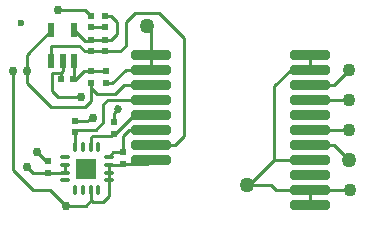
<source format=gtl>
G04 Layer_Physical_Order=1*
G04 Layer_Color=255*
%FSAX24Y24*%
%MOIN*%
G70*
G01*
G75*
%ADD10R,0.0220X0.0480*%
%ADD11R,0.0690X0.0690*%
G04:AMPARAMS|DCode=12|XSize=15mil|YSize=33mil|CornerRadius=4.9mil|HoleSize=0mil|Usage=FLASHONLY|Rotation=90.000|XOffset=0mil|YOffset=0mil|HoleType=Round|Shape=RoundedRectangle|*
%AMROUNDEDRECTD12*
21,1,0.0150,0.0233,0,0,90.0*
21,1,0.0053,0.0330,0,0,90.0*
1,1,0.0098,0.0116,0.0026*
1,1,0.0098,0.0116,-0.0026*
1,1,0.0098,-0.0116,-0.0026*
1,1,0.0098,-0.0116,0.0026*
%
%ADD12ROUNDEDRECTD12*%
G04:AMPARAMS|DCode=13|XSize=15mil|YSize=33mil|CornerRadius=4.9mil|HoleSize=0mil|Usage=FLASHONLY|Rotation=180.000|XOffset=0mil|YOffset=0mil|HoleType=Round|Shape=RoundedRectangle|*
%AMROUNDEDRECTD13*
21,1,0.0150,0.0233,0,0,180.0*
21,1,0.0053,0.0330,0,0,180.0*
1,1,0.0098,-0.0026,0.0116*
1,1,0.0098,0.0026,0.0116*
1,1,0.0098,0.0026,-0.0116*
1,1,0.0098,-0.0026,-0.0116*
%
%ADD13ROUNDEDRECTD13*%
G04:AMPARAMS|DCode=14|XSize=132mil|YSize=32mil|CornerRadius=8mil|HoleSize=0mil|Usage=FLASHONLY|Rotation=0.000|XOffset=0mil|YOffset=0mil|HoleType=Round|Shape=RoundedRectangle|*
%AMROUNDEDRECTD14*
21,1,0.1320,0.0160,0,0,0.0*
21,1,0.1160,0.0320,0,0,0.0*
1,1,0.0160,0.0580,-0.0080*
1,1,0.0160,-0.0580,-0.0080*
1,1,0.0160,-0.0580,0.0080*
1,1,0.0160,0.0580,0.0080*
%
%ADD14ROUNDEDRECTD14*%
%ADD15R,0.0236X0.0236*%
%ADD16R,0.0236X0.0197*%
%ADD17R,0.0197X0.0236*%
%ADD18C,0.0100*%
%ADD19C,0.0236*%
%ADD20C,0.0433*%
%ADD21C,0.0270*%
%ADD22C,0.0500*%
%ADD23C,0.0300*%
D10*
X003926Y006038D02*
D03*
X004300D02*
D03*
X004680D02*
D03*
Y007070D02*
D03*
X003926D02*
D03*
D11*
X005081Y002444D02*
D03*
D12*
X004371Y002061D02*
D03*
Y002317D02*
D03*
Y002574D02*
D03*
Y002834D02*
D03*
X005829D02*
D03*
Y002574D02*
D03*
Y002317D02*
D03*
Y002061D02*
D03*
D13*
X004711Y003174D02*
D03*
X004971D02*
D03*
X005228D02*
D03*
X005484D02*
D03*
Y001726D02*
D03*
X005228D02*
D03*
X004971D02*
D03*
X004711D02*
D03*
D14*
X007250Y006250D02*
D03*
Y005750D02*
D03*
Y005250D02*
D03*
Y003750D02*
D03*
Y004250D02*
D03*
Y004750D02*
D03*
Y003250D02*
D03*
Y002750D02*
D03*
X012550D02*
D03*
Y003250D02*
D03*
Y004750D02*
D03*
Y004250D02*
D03*
Y003750D02*
D03*
Y005250D02*
D03*
Y005750D02*
D03*
Y006250D02*
D03*
Y002250D02*
D03*
Y001750D02*
D03*
Y001250D02*
D03*
D15*
X005250Y005697D02*
D03*
Y005303D02*
D03*
X005750Y005303D02*
D03*
Y005697D02*
D03*
X005700Y006353D02*
D03*
Y006747D02*
D03*
Y007153D02*
D03*
Y007547D02*
D03*
D16*
X004647Y005450D02*
D03*
X004253D02*
D03*
D17*
X005250Y006747D02*
D03*
Y006353D02*
D03*
X006000Y003997D02*
D03*
Y003603D02*
D03*
X004700Y004047D02*
D03*
Y003653D02*
D03*
X006300Y002603D02*
D03*
Y002997D02*
D03*
X005250Y007153D02*
D03*
Y007547D02*
D03*
X003800Y002697D02*
D03*
Y002303D02*
D03*
D18*
X006000Y004300D02*
X006150Y004450D01*
X006000Y003997D02*
Y004300D01*
X006682Y004250D02*
X007250D01*
X006035Y003603D02*
X006682Y004250D01*
X006000Y003603D02*
X006035D01*
X005322Y003550D02*
X005947D01*
X006300Y003550D02*
X006500Y003750D01*
X006300Y002997D02*
Y003550D01*
X003950Y005648D02*
X004248D01*
X003950Y005050D02*
Y005648D01*
Y005050D02*
X004150Y004850D01*
X004900D01*
X004248Y005455D02*
Y005648D01*
X004300Y005700D02*
Y006038D01*
X004248Y005648D02*
X004300Y005700D01*
X005800Y004750D02*
X007250D01*
X005650Y004600D02*
X005800Y004750D01*
X005650Y004000D02*
Y004600D01*
X011900Y005750D02*
X012550D01*
X011350Y005200D02*
X011900Y005750D01*
X011350Y002750D02*
Y005200D01*
Y002750D02*
X012550D01*
X010500Y001900D02*
X011350Y002750D01*
X010450Y001900D02*
X011250D01*
X011400Y001750D02*
X012550D01*
X011250Y001900D02*
X011400Y001750D01*
X006400Y005750D02*
X007250D01*
X005953Y005303D02*
X006400Y005750D01*
X005750Y005303D02*
X005953D01*
X003312Y001738D02*
X003862D01*
X002650Y002400D02*
X003312Y001738D01*
X002650Y002400D02*
Y005700D01*
X003862Y001738D02*
X004400Y001200D01*
X003450Y003000D02*
X003700Y002750D01*
X005259Y001391D02*
Y001726D01*
X005068Y001200D02*
X005259Y001391D01*
X004400Y001200D02*
X005068D01*
X006300Y002603D02*
X007103D01*
X005829Y002574D02*
X006371D01*
X005300Y001350D02*
X005650D01*
X005259Y001391D02*
X005300Y001350D01*
X005650D02*
X005850Y001550D01*
Y002040D01*
X005829Y002061D02*
X005850Y002040D01*
X005829Y001932D02*
Y002061D01*
X005228Y001726D02*
X005259D01*
X005829Y002061D02*
Y002317D01*
Y002574D01*
X007103Y002603D02*
X007250Y002750D01*
X006500Y003750D02*
X007250D01*
X005992Y002997D02*
X006300D01*
X005829Y002834D02*
X005992Y002997D01*
X006700Y007650D02*
X007500D01*
X006400Y007350D02*
X006700Y007650D01*
X006400Y006550D02*
Y007350D01*
X008350Y003550D02*
Y006800D01*
X007500Y007650D02*
X008350Y006800D01*
X006203Y006353D02*
X006400Y006550D01*
X005700Y006353D02*
X006203D01*
X007250Y003250D02*
X008050D01*
X008350Y003550D01*
X005259Y003487D02*
X005322Y003550D01*
X005400Y003750D02*
X005650Y004000D01*
X004797Y003750D02*
X005400D01*
X005259Y003205D02*
Y003487D01*
X005228Y003174D02*
X005259Y003205D01*
X004700Y003653D02*
X004797Y003750D01*
X005250Y006353D02*
X005700D01*
X005250Y006747D02*
X005700D01*
X005250Y007153D02*
X005700D01*
X006100Y006950D02*
Y007350D01*
X005903Y007547D02*
X006100Y007350D01*
X005700Y007547D02*
X005903D01*
X005897Y006747D02*
X006100Y006950D01*
X005700Y006747D02*
X005897D01*
X004700Y003185D02*
Y003653D01*
X005097Y004047D02*
X005300Y004150D01*
X004700Y004047D02*
X005097D01*
X004680Y005417D02*
Y006038D01*
Y005417D02*
X004698Y005398D01*
X004997Y005697D01*
X005250D01*
X005750D02*
X005750Y005697D01*
X005250Y005697D02*
X005750D01*
X005047Y007750D02*
X005250Y007547D01*
X004150Y007750D02*
X005047D01*
X003926Y006550D02*
X004850D01*
X003926Y006038D02*
Y006550D01*
X005047Y006353D02*
X005250D01*
X004850Y006550D02*
X005047Y006353D01*
X005050Y006700D02*
X005203D01*
X004680Y007070D02*
X005050Y006700D01*
X003100Y005700D02*
Y006244D01*
X003926Y007070D01*
X005250Y004700D02*
Y005150D01*
X005050Y004500D02*
X005250Y004700D01*
X003900Y004500D02*
X005050D01*
X005250Y005150D02*
Y005303D01*
X003100Y005300D02*
Y005700D01*
Y005300D02*
X003900Y004500D01*
X005250Y005150D02*
X005450Y004950D01*
X006050D01*
X006350Y005250D01*
X007250D01*
X004371Y002317D02*
Y002574D01*
X004357Y002303D02*
X004371Y002317D01*
X003800Y002303D02*
X004357D01*
X003297D02*
X003800D01*
X003100Y002500D02*
X003297Y002303D01*
X013351Y005250D02*
X013850Y005749D01*
X012550Y005250D02*
X013351D01*
X012550Y004750D02*
X013849D01*
X013349Y003250D02*
X013850Y002749D01*
X012550Y003250D02*
X013349D01*
X012550Y003750D02*
X013836D01*
X013859Y001750D02*
X013861Y001751D01*
X012550Y001750D02*
X013859D01*
X012550Y001250D02*
Y001750D01*
Y005750D02*
Y006250D01*
X007250D02*
Y007050D01*
X007100Y007200D02*
X007250Y007050D01*
Y005750D02*
Y006250D01*
D19*
X002896Y007313D02*
D03*
D20*
X013839Y003746D02*
D03*
X013850Y002749D02*
D03*
Y004749D02*
D03*
Y005749D02*
D03*
X013861Y001751D02*
D03*
D21*
X006150Y004450D02*
D03*
D22*
X010450Y001900D02*
D03*
X013850Y002750D02*
D03*
X007100Y007200D02*
D03*
D23*
X003450Y003000D02*
D03*
X004400Y001200D02*
D03*
X004150Y007750D02*
D03*
X004900Y004850D02*
D03*
X003100Y002500D02*
D03*
X002650Y005700D02*
D03*
X003100D02*
D03*
X005300Y004150D02*
D03*
M02*

</source>
